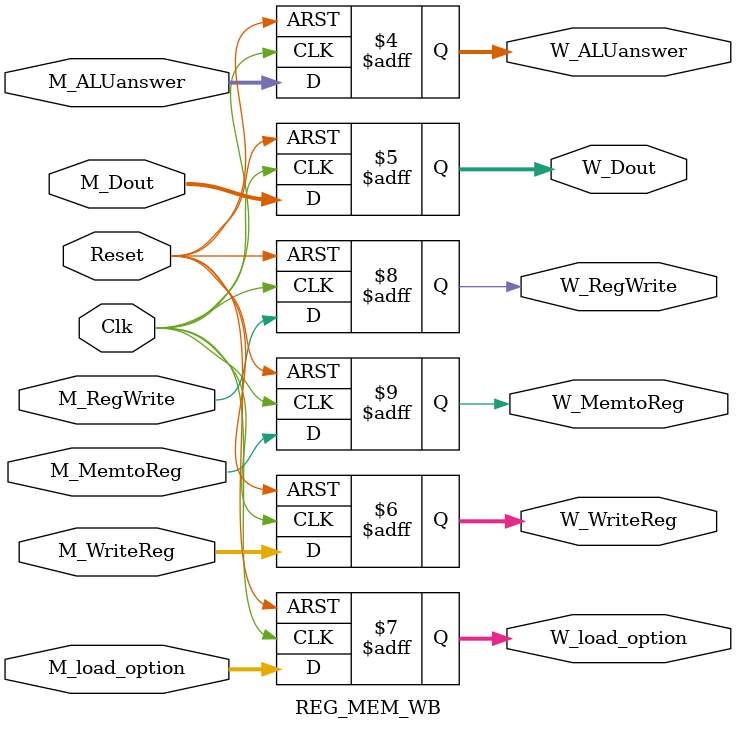
<source format=v>
`timescale 1ns / 1ps


module REG_MEM_WB(M_RegWrite,M_MemtoReg,M_ALUanswer,M_Dout,M_WriteReg,M_load_option,Clk,Reset,
W_RegWrite,W_MemtoReg,W_ALUanswer,W_Dout,W_WriteReg,W_load_option);

    input [31:0] M_ALUanswer,M_Dout;
    input [4:0] M_WriteReg;
    input [2:0] M_load_option;
    input Clk,Reset,M_RegWrite,M_MemtoReg;

    output reg[31:0] W_ALUanswer,W_Dout;
    output reg[4:0] W_WriteReg;
    output reg[2:0] W_load_option;
    output reg W_RegWrite,W_MemtoReg;

    initial begin
        W_RegWrite = 0;
        W_MemtoReg = 0;
        W_ALUanswer = 0;
        W_Dout = 0;
        W_WriteReg = 0;
        W_load_option = 0;
    end

    always @(posedge Clk or negedge Reset)  
    begin  
    if (!Reset) 
        begin  
            W_RegWrite = 0;
            W_MemtoReg = 0;
            W_ALUanswer = 0;
            W_Dout = 0;
            W_WriteReg = 0;
            W_load_option = 0;
        end  
    else   
        begin
            W_RegWrite = M_RegWrite;
            W_MemtoReg = M_MemtoReg;
            W_ALUanswer = M_ALUanswer;
            W_Dout = M_Dout;
            W_WriteReg = M_WriteReg;
            W_load_option = M_load_option;
        end  
    end
endmodule
</source>
